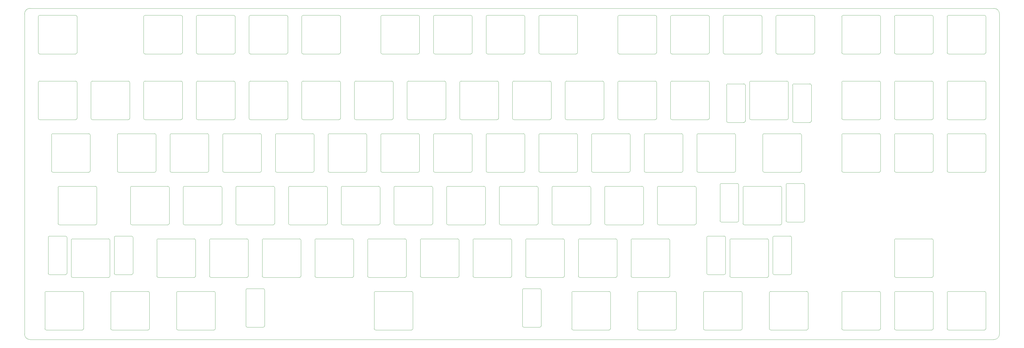
<source format=gm1>
%TF.GenerationSoftware,KiCad,Pcbnew,(5.1.12)-1*%
%TF.CreationDate,2021-11-20T18:31:24-08:00*%
%TF.ProjectId,Switch-plate,53776974-6368-42d7-906c-6174652e6b69,rev?*%
%TF.SameCoordinates,Original*%
%TF.FileFunction,Profile,NP*%
%FSLAX46Y46*%
G04 Gerber Fmt 4.6, Leading zero omitted, Abs format (unit mm)*
G04 Created by KiCad (PCBNEW (5.1.12)-1) date 2021-11-20 18:31:24*
%MOMM*%
%LPD*%
G01*
G04 APERTURE LIST*
%TA.AperFunction,Profile*%
%ADD10C,0.100000*%
%TD*%
G04 APERTURE END LIST*
D10*
X412000000Y-42000000D02*
G75*
G03*
X410000000Y-40000000I-2000000J0D01*
G01*
X412000000Y-158000000D02*
G75*
G02*
X410000000Y-160000000I-2000000J0D01*
G01*
X59500000Y-158000000D02*
G75*
G03*
X61500000Y-160000000I2000000J0D01*
G01*
X59500000Y-42000000D02*
G75*
G02*
X61500000Y-40000000I2000000J0D01*
G01*
X412000000Y-42000000D02*
X412000000Y-158000000D01*
X59500000Y-42000000D02*
X59500000Y-158000000D01*
X61500000Y-160000000D02*
X410000000Y-160000000D01*
X61500000Y-40000000D02*
X410000000Y-40000000D01*
X407087500Y-156037500D02*
G75*
G02*
X406587500Y-156537500I-500000J0D01*
G01*
X393587500Y-156537500D02*
G75*
G02*
X393087500Y-156037500I0J500000D01*
G01*
X406587500Y-142537500D02*
G75*
G02*
X407087500Y-143037500I0J-500000D01*
G01*
X393087500Y-143037500D02*
G75*
G02*
X393587500Y-142537500I500000J0D01*
G01*
X407087500Y-143037500D02*
X407087500Y-156037500D01*
X393087500Y-143037500D02*
X393087500Y-156037500D01*
X393587500Y-156537500D02*
X406587500Y-156537500D01*
X393587500Y-142537500D02*
X406587500Y-142537500D01*
X388037500Y-156037500D02*
G75*
G02*
X387537500Y-156537500I-500000J0D01*
G01*
X374537500Y-156537500D02*
G75*
G02*
X374037500Y-156037500I0J500000D01*
G01*
X387537500Y-142537500D02*
G75*
G02*
X388037500Y-143037500I0J-500000D01*
G01*
X374037500Y-143037500D02*
G75*
G02*
X374537500Y-142537500I500000J0D01*
G01*
X388037500Y-143037500D02*
X388037500Y-156037500D01*
X374037500Y-143037500D02*
X374037500Y-156037500D01*
X374537500Y-156537500D02*
X387537500Y-156537500D01*
X374537500Y-142537500D02*
X387537500Y-142537500D01*
X368987500Y-156037500D02*
G75*
G02*
X368487500Y-156537500I-500000J0D01*
G01*
X355487500Y-156537500D02*
G75*
G02*
X354987500Y-156037500I0J500000D01*
G01*
X368487500Y-142537500D02*
G75*
G02*
X368987500Y-143037500I0J-500000D01*
G01*
X354987500Y-143037500D02*
G75*
G02*
X355487500Y-142537500I500000J0D01*
G01*
X368987500Y-143037500D02*
X368987500Y-156037500D01*
X354987500Y-143037500D02*
X354987500Y-156037500D01*
X355487500Y-156537500D02*
X368487500Y-156537500D01*
X355487500Y-142537500D02*
X368487500Y-142537500D01*
X342793750Y-156037500D02*
G75*
G02*
X342293750Y-156537500I-500000J0D01*
G01*
X329293750Y-156537500D02*
G75*
G02*
X328793750Y-156037500I0J500000D01*
G01*
X342293750Y-142537500D02*
G75*
G02*
X342793750Y-143037500I0J-500000D01*
G01*
X328793750Y-143037500D02*
G75*
G02*
X329293750Y-142537500I500000J0D01*
G01*
X342793750Y-143037500D02*
X342793750Y-156037500D01*
X328793750Y-143037500D02*
X328793750Y-156037500D01*
X329293750Y-156537500D02*
X342293750Y-156537500D01*
X329293750Y-142537500D02*
X342293750Y-142537500D01*
X318981250Y-156037500D02*
G75*
G02*
X318481250Y-156537500I-500000J0D01*
G01*
X305481250Y-156537500D02*
G75*
G02*
X304981250Y-156037500I0J500000D01*
G01*
X318481250Y-142537500D02*
G75*
G02*
X318981250Y-143037500I0J-500000D01*
G01*
X304981250Y-143037500D02*
G75*
G02*
X305481250Y-142537500I500000J0D01*
G01*
X318981250Y-143037500D02*
X318981250Y-156037500D01*
X304981250Y-143037500D02*
X304981250Y-156037500D01*
X305481250Y-156537500D02*
X318481250Y-156537500D01*
X305481250Y-142537500D02*
X318481250Y-142537500D01*
X295168750Y-156037500D02*
G75*
G02*
X294668750Y-156537500I-500000J0D01*
G01*
X281668750Y-156537500D02*
G75*
G02*
X281168750Y-156037500I0J500000D01*
G01*
X294668750Y-142537500D02*
G75*
G02*
X295168750Y-143037500I0J-500000D01*
G01*
X281168750Y-143037500D02*
G75*
G02*
X281668750Y-142537500I500000J0D01*
G01*
X295168750Y-143037500D02*
X295168750Y-156037500D01*
X281168750Y-143037500D02*
X281168750Y-156037500D01*
X281668750Y-156537500D02*
X294668750Y-156537500D01*
X281668750Y-142537500D02*
X294668750Y-142537500D01*
X271356250Y-156037500D02*
G75*
G02*
X270856250Y-156537500I-500000J0D01*
G01*
X257856250Y-156537500D02*
G75*
G02*
X257356250Y-156037500I0J500000D01*
G01*
X270856250Y-142537500D02*
G75*
G02*
X271356250Y-143037500I0J-500000D01*
G01*
X257356250Y-143037500D02*
G75*
G02*
X257856250Y-142537500I500000J0D01*
G01*
X271356250Y-143037500D02*
X271356250Y-156037500D01*
X257356250Y-143037500D02*
X257356250Y-156037500D01*
X257856250Y-156537500D02*
X270856250Y-156537500D01*
X257856250Y-142537500D02*
X270856250Y-142537500D01*
X146293750Y-155037500D02*
G75*
G02*
X145793750Y-155537500I-500000J0D01*
G01*
X140043750Y-155537500D02*
G75*
G02*
X139543750Y-155037500I0J500000D01*
G01*
X145793750Y-141537500D02*
G75*
G02*
X146293750Y-142037500I0J-500000D01*
G01*
X139543750Y-142037500D02*
G75*
G02*
X140043750Y-141537500I500000J0D01*
G01*
X146293750Y-142037500D02*
X146293750Y-155037500D01*
X139543750Y-142037500D02*
X139543750Y-155037500D01*
X140043750Y-155537500D02*
X145793750Y-155537500D01*
X140043750Y-141537500D02*
X145793750Y-141537500D01*
X246293750Y-155037500D02*
G75*
G02*
X245793750Y-155537500I-500000J0D01*
G01*
X240043750Y-155537500D02*
G75*
G02*
X239543750Y-155037500I0J500000D01*
G01*
X245793750Y-141537500D02*
G75*
G02*
X246293750Y-142037500I0J-500000D01*
G01*
X239543750Y-142037500D02*
G75*
G02*
X240043750Y-141537500I500000J0D01*
G01*
X246293750Y-142037500D02*
X246293750Y-155037500D01*
X239543750Y-142037500D02*
X239543750Y-155037500D01*
X240043750Y-155537500D02*
X245793750Y-155537500D01*
X240043750Y-141537500D02*
X245793750Y-141537500D01*
X199918750Y-156037500D02*
G75*
G02*
X199418750Y-156537500I-500000J0D01*
G01*
X186418750Y-156537500D02*
G75*
G02*
X185918750Y-156037500I0J500000D01*
G01*
X199418750Y-142537500D02*
G75*
G02*
X199918750Y-143037500I0J-500000D01*
G01*
X185918750Y-143037500D02*
G75*
G02*
X186418750Y-142537500I500000J0D01*
G01*
X199918750Y-143037500D02*
X199918750Y-156037500D01*
X185918750Y-143037500D02*
X185918750Y-156037500D01*
X186418750Y-156537500D02*
X199418750Y-156537500D01*
X186418750Y-142537500D02*
X199418750Y-142537500D01*
X128481250Y-156037500D02*
G75*
G02*
X127981250Y-156537500I-500000J0D01*
G01*
X114981250Y-156537500D02*
G75*
G02*
X114481250Y-156037500I0J500000D01*
G01*
X127981250Y-142537500D02*
G75*
G02*
X128481250Y-143037500I0J-500000D01*
G01*
X114481250Y-143037500D02*
G75*
G02*
X114981250Y-142537500I500000J0D01*
G01*
X128481250Y-143037500D02*
X128481250Y-156037500D01*
X114481250Y-143037500D02*
X114481250Y-156037500D01*
X114981250Y-156537500D02*
X127981250Y-156537500D01*
X114981250Y-142537500D02*
X127981250Y-142537500D01*
X104668750Y-156037500D02*
G75*
G02*
X104168750Y-156537500I-500000J0D01*
G01*
X91168750Y-156537500D02*
G75*
G02*
X90668750Y-156037500I0J500000D01*
G01*
X104168750Y-142537500D02*
G75*
G02*
X104668750Y-143037500I0J-500000D01*
G01*
X90668750Y-143037500D02*
G75*
G02*
X91168750Y-142537500I500000J0D01*
G01*
X104668750Y-143037500D02*
X104668750Y-156037500D01*
X90668750Y-143037500D02*
X90668750Y-156037500D01*
X91168750Y-156537500D02*
X104168750Y-156537500D01*
X91168750Y-142537500D02*
X104168750Y-142537500D01*
X80856250Y-156037500D02*
G75*
G02*
X80356250Y-156537500I-500000J0D01*
G01*
X67356250Y-156537500D02*
G75*
G02*
X66856250Y-156037500I0J500000D01*
G01*
X80356250Y-142537500D02*
G75*
G02*
X80856250Y-143037500I0J-500000D01*
G01*
X66856250Y-143037500D02*
G75*
G02*
X67356250Y-142537500I500000J0D01*
G01*
X80856250Y-143037500D02*
X80856250Y-156037500D01*
X66856250Y-143037500D02*
X66856250Y-156037500D01*
X67356250Y-156537500D02*
X80356250Y-156537500D01*
X67356250Y-142537500D02*
X80356250Y-142537500D01*
X388037500Y-136987500D02*
G75*
G02*
X387537500Y-137487500I-500000J0D01*
G01*
X374537500Y-137487500D02*
G75*
G02*
X374037500Y-136987500I0J500000D01*
G01*
X387537500Y-123487500D02*
G75*
G02*
X388037500Y-123987500I0J-500000D01*
G01*
X374037500Y-123987500D02*
G75*
G02*
X374537500Y-123487500I500000J0D01*
G01*
X388037500Y-123987500D02*
X388037500Y-136987500D01*
X374037500Y-123987500D02*
X374037500Y-136987500D01*
X374537500Y-137487500D02*
X387537500Y-137487500D01*
X374537500Y-123487500D02*
X387537500Y-123487500D01*
X312943250Y-135987500D02*
G75*
G02*
X312443250Y-136487500I-500000J0D01*
G01*
X306693250Y-136487500D02*
G75*
G02*
X306193250Y-135987500I0J500000D01*
G01*
X312443250Y-122487500D02*
G75*
G02*
X312943250Y-122987500I0J-500000D01*
G01*
X306193250Y-122987500D02*
G75*
G02*
X306693250Y-122487500I500000J0D01*
G01*
X312943250Y-122987500D02*
X312943250Y-135987500D01*
X306193250Y-122987500D02*
X306193250Y-135987500D01*
X306693250Y-136487500D02*
X312443250Y-136487500D01*
X306693250Y-122487500D02*
X312443250Y-122487500D01*
X336819250Y-135987500D02*
G75*
G02*
X336319250Y-136487500I-500000J0D01*
G01*
X330569250Y-136487500D02*
G75*
G02*
X330069250Y-135987500I0J500000D01*
G01*
X336319250Y-122487500D02*
G75*
G02*
X336819250Y-122987500I0J-500000D01*
G01*
X330069250Y-122987500D02*
G75*
G02*
X330569250Y-122487500I500000J0D01*
G01*
X336819250Y-122987500D02*
X336819250Y-135987500D01*
X330069250Y-122987500D02*
X330069250Y-135987500D01*
X330569250Y-136487500D02*
X336319250Y-136487500D01*
X330569250Y-122487500D02*
X336319250Y-122487500D01*
X328506250Y-136987500D02*
G75*
G02*
X328006250Y-137487500I-500000J0D01*
G01*
X315006250Y-137487500D02*
G75*
G02*
X314506250Y-136987500I0J500000D01*
G01*
X328006250Y-123487500D02*
G75*
G02*
X328506250Y-123987500I0J-500000D01*
G01*
X314506250Y-123987500D02*
G75*
G02*
X315006250Y-123487500I500000J0D01*
G01*
X328506250Y-123987500D02*
X328506250Y-136987500D01*
X314506250Y-123987500D02*
X314506250Y-136987500D01*
X315006250Y-137487500D02*
X328006250Y-137487500D01*
X315006250Y-123487500D02*
X328006250Y-123487500D01*
X292787500Y-136987500D02*
G75*
G02*
X292287500Y-137487500I-500000J0D01*
G01*
X279287500Y-137487500D02*
G75*
G02*
X278787500Y-136987500I0J500000D01*
G01*
X292287500Y-123487500D02*
G75*
G02*
X292787500Y-123987500I0J-500000D01*
G01*
X278787500Y-123987500D02*
G75*
G02*
X279287500Y-123487500I500000J0D01*
G01*
X292787500Y-123987500D02*
X292787500Y-136987500D01*
X278787500Y-123987500D02*
X278787500Y-136987500D01*
X279287500Y-137487500D02*
X292287500Y-137487500D01*
X279287500Y-123487500D02*
X292287500Y-123487500D01*
X273737500Y-136987500D02*
G75*
G02*
X273237500Y-137487500I-500000J0D01*
G01*
X260237500Y-137487500D02*
G75*
G02*
X259737500Y-136987500I0J500000D01*
G01*
X273237500Y-123487500D02*
G75*
G02*
X273737500Y-123987500I0J-500000D01*
G01*
X259737500Y-123987500D02*
G75*
G02*
X260237500Y-123487500I500000J0D01*
G01*
X273737500Y-123987500D02*
X273737500Y-136987500D01*
X259737500Y-123987500D02*
X259737500Y-136987500D01*
X260237500Y-137487500D02*
X273237500Y-137487500D01*
X260237500Y-123487500D02*
X273237500Y-123487500D01*
X254687500Y-136987500D02*
G75*
G02*
X254187500Y-137487500I-500000J0D01*
G01*
X241187500Y-137487500D02*
G75*
G02*
X240687500Y-136987500I0J500000D01*
G01*
X254187500Y-123487500D02*
G75*
G02*
X254687500Y-123987500I0J-500000D01*
G01*
X240687500Y-123987500D02*
G75*
G02*
X241187500Y-123487500I500000J0D01*
G01*
X254687500Y-123987500D02*
X254687500Y-136987500D01*
X240687500Y-123987500D02*
X240687500Y-136987500D01*
X241187500Y-137487500D02*
X254187500Y-137487500D01*
X241187500Y-123487500D02*
X254187500Y-123487500D01*
X235637500Y-136987500D02*
G75*
G02*
X235137500Y-137487500I-500000J0D01*
G01*
X222137500Y-137487500D02*
G75*
G02*
X221637500Y-136987500I0J500000D01*
G01*
X235137500Y-123487500D02*
G75*
G02*
X235637500Y-123987500I0J-500000D01*
G01*
X221637500Y-123987500D02*
G75*
G02*
X222137500Y-123487500I500000J0D01*
G01*
X235637500Y-123987500D02*
X235637500Y-136987500D01*
X221637500Y-123987500D02*
X221637500Y-136987500D01*
X222137500Y-137487500D02*
X235137500Y-137487500D01*
X222137500Y-123487500D02*
X235137500Y-123487500D01*
X216587500Y-136987500D02*
G75*
G02*
X216087500Y-137487500I-500000J0D01*
G01*
X203087500Y-137487500D02*
G75*
G02*
X202587500Y-136987500I0J500000D01*
G01*
X216087500Y-123487500D02*
G75*
G02*
X216587500Y-123987500I0J-500000D01*
G01*
X202587500Y-123987500D02*
G75*
G02*
X203087500Y-123487500I500000J0D01*
G01*
X216587500Y-123987500D02*
X216587500Y-136987500D01*
X202587500Y-123987500D02*
X202587500Y-136987500D01*
X203087500Y-137487500D02*
X216087500Y-137487500D01*
X203087500Y-123487500D02*
X216087500Y-123487500D01*
X197537500Y-136987500D02*
G75*
G02*
X197037500Y-137487500I-500000J0D01*
G01*
X184037500Y-137487500D02*
G75*
G02*
X183537500Y-136987500I0J500000D01*
G01*
X197037500Y-123487500D02*
G75*
G02*
X197537500Y-123987500I0J-500000D01*
G01*
X183537500Y-123987500D02*
G75*
G02*
X184037500Y-123487500I500000J0D01*
G01*
X197537500Y-123987500D02*
X197537500Y-136987500D01*
X183537500Y-123987500D02*
X183537500Y-136987500D01*
X184037500Y-137487500D02*
X197037500Y-137487500D01*
X184037500Y-123487500D02*
X197037500Y-123487500D01*
X178487500Y-136987500D02*
G75*
G02*
X177987500Y-137487500I-500000J0D01*
G01*
X164987500Y-137487500D02*
G75*
G02*
X164487500Y-136987500I0J500000D01*
G01*
X177987500Y-123487500D02*
G75*
G02*
X178487500Y-123987500I0J-500000D01*
G01*
X164487500Y-123987500D02*
G75*
G02*
X164987500Y-123487500I500000J0D01*
G01*
X178487500Y-123987500D02*
X178487500Y-136987500D01*
X164487500Y-123987500D02*
X164487500Y-136987500D01*
X164987500Y-137487500D02*
X177987500Y-137487500D01*
X164987500Y-123487500D02*
X177987500Y-123487500D01*
X159437500Y-136987500D02*
G75*
G02*
X158937500Y-137487500I-500000J0D01*
G01*
X145937500Y-137487500D02*
G75*
G02*
X145437500Y-136987500I0J500000D01*
G01*
X158937500Y-123487500D02*
G75*
G02*
X159437500Y-123987500I0J-500000D01*
G01*
X145437500Y-123987500D02*
G75*
G02*
X145937500Y-123487500I500000J0D01*
G01*
X159437500Y-123987500D02*
X159437500Y-136987500D01*
X145437500Y-123987500D02*
X145437500Y-136987500D01*
X145937500Y-137487500D02*
X158937500Y-137487500D01*
X145937500Y-123487500D02*
X158937500Y-123487500D01*
X140387500Y-136987500D02*
G75*
G02*
X139887500Y-137487500I-500000J0D01*
G01*
X126887500Y-137487500D02*
G75*
G02*
X126387500Y-136987500I0J500000D01*
G01*
X139887500Y-123487500D02*
G75*
G02*
X140387500Y-123987500I0J-500000D01*
G01*
X126387500Y-123987500D02*
G75*
G02*
X126887500Y-123487500I500000J0D01*
G01*
X140387500Y-123987500D02*
X140387500Y-136987500D01*
X126387500Y-123987500D02*
X126387500Y-136987500D01*
X126887500Y-137487500D02*
X139887500Y-137487500D01*
X126887500Y-123487500D02*
X139887500Y-123487500D01*
X121337500Y-136987500D02*
G75*
G02*
X120837500Y-137487500I-500000J0D01*
G01*
X107837500Y-137487500D02*
G75*
G02*
X107337500Y-136987500I0J500000D01*
G01*
X120837500Y-123487500D02*
G75*
G02*
X121337500Y-123987500I0J-500000D01*
G01*
X107337500Y-123987500D02*
G75*
G02*
X107837500Y-123487500I500000J0D01*
G01*
X121337500Y-123987500D02*
X121337500Y-136987500D01*
X107337500Y-123987500D02*
X107337500Y-136987500D01*
X107837500Y-137487500D02*
X120837500Y-137487500D01*
X107837500Y-123487500D02*
X120837500Y-123487500D01*
X74818250Y-135987500D02*
G75*
G02*
X74318250Y-136487500I-500000J0D01*
G01*
X68568250Y-136487500D02*
G75*
G02*
X68068250Y-135987500I0J500000D01*
G01*
X74318250Y-122487500D02*
G75*
G02*
X74818250Y-122987500I0J-500000D01*
G01*
X68068250Y-122987500D02*
G75*
G02*
X68568250Y-122487500I500000J0D01*
G01*
X74818250Y-122987500D02*
X74818250Y-135987500D01*
X68068250Y-122987500D02*
X68068250Y-135987500D01*
X68568250Y-136487500D02*
X74318250Y-136487500D01*
X68568250Y-122487500D02*
X74318250Y-122487500D01*
X98694250Y-135987500D02*
G75*
G02*
X98194250Y-136487500I-500000J0D01*
G01*
X92444250Y-136487500D02*
G75*
G02*
X91944250Y-135987500I0J500000D01*
G01*
X98194250Y-122487500D02*
G75*
G02*
X98694250Y-122987500I0J-500000D01*
G01*
X91944250Y-122987500D02*
G75*
G02*
X92444250Y-122487500I500000J0D01*
G01*
X98694250Y-122987500D02*
X98694250Y-135987500D01*
X91944250Y-122987500D02*
X91944250Y-135987500D01*
X92444250Y-136487500D02*
X98194250Y-136487500D01*
X92444250Y-122487500D02*
X98194250Y-122487500D01*
X90381250Y-136987500D02*
G75*
G02*
X89881250Y-137487500I-500000J0D01*
G01*
X76881250Y-137487500D02*
G75*
G02*
X76381250Y-136987500I0J500000D01*
G01*
X89881250Y-123487500D02*
G75*
G02*
X90381250Y-123987500I0J-500000D01*
G01*
X76381250Y-123987500D02*
G75*
G02*
X76881250Y-123487500I500000J0D01*
G01*
X90381250Y-123987500D02*
X90381250Y-136987500D01*
X76381250Y-123987500D02*
X76381250Y-136987500D01*
X76881250Y-137487500D02*
X89881250Y-137487500D01*
X76881250Y-123487500D02*
X89881250Y-123487500D01*
X317705750Y-116937500D02*
G75*
G02*
X317205750Y-117437500I-500000J0D01*
G01*
X311455750Y-117437500D02*
G75*
G02*
X310955750Y-116937500I0J500000D01*
G01*
X317205750Y-103437500D02*
G75*
G02*
X317705750Y-103937500I0J-500000D01*
G01*
X310955750Y-103937500D02*
G75*
G02*
X311455750Y-103437500I500000J0D01*
G01*
X317705750Y-103937500D02*
X317705750Y-116937500D01*
X310955750Y-103937500D02*
X310955750Y-116937500D01*
X311455750Y-117437500D02*
X317205750Y-117437500D01*
X311455750Y-103437500D02*
X317205750Y-103437500D01*
X341581750Y-116937500D02*
G75*
G02*
X341081750Y-117437500I-500000J0D01*
G01*
X335331750Y-117437500D02*
G75*
G02*
X334831750Y-116937500I0J500000D01*
G01*
X341081750Y-103437500D02*
G75*
G02*
X341581750Y-103937500I0J-500000D01*
G01*
X334831750Y-103937500D02*
G75*
G02*
X335331750Y-103437500I500000J0D01*
G01*
X341581750Y-103937500D02*
X341581750Y-116937500D01*
X334831750Y-103937500D02*
X334831750Y-116937500D01*
X335331750Y-117437500D02*
X341081750Y-117437500D01*
X335331750Y-103437500D02*
X341081750Y-103437500D01*
X333268750Y-117937500D02*
G75*
G02*
X332768750Y-118437500I-500000J0D01*
G01*
X319768750Y-118437500D02*
G75*
G02*
X319268750Y-117937500I0J500000D01*
G01*
X332768750Y-104437500D02*
G75*
G02*
X333268750Y-104937500I0J-500000D01*
G01*
X319268750Y-104937500D02*
G75*
G02*
X319768750Y-104437500I500000J0D01*
G01*
X333268750Y-104937500D02*
X333268750Y-117937500D01*
X319268750Y-104937500D02*
X319268750Y-117937500D01*
X319768750Y-118437500D02*
X332768750Y-118437500D01*
X319768750Y-104437500D02*
X332768750Y-104437500D01*
X302312500Y-117937500D02*
G75*
G02*
X301812500Y-118437500I-500000J0D01*
G01*
X288812500Y-118437500D02*
G75*
G02*
X288312500Y-117937500I0J500000D01*
G01*
X301812500Y-104437500D02*
G75*
G02*
X302312500Y-104937500I0J-500000D01*
G01*
X288312500Y-104937500D02*
G75*
G02*
X288812500Y-104437500I500000J0D01*
G01*
X302312500Y-104937500D02*
X302312500Y-117937500D01*
X288312500Y-104937500D02*
X288312500Y-117937500D01*
X288812500Y-118437500D02*
X301812500Y-118437500D01*
X288812500Y-104437500D02*
X301812500Y-104437500D01*
X283262500Y-117937500D02*
G75*
G02*
X282762500Y-118437500I-500000J0D01*
G01*
X269762500Y-118437500D02*
G75*
G02*
X269262500Y-117937500I0J500000D01*
G01*
X282762500Y-104437500D02*
G75*
G02*
X283262500Y-104937500I0J-500000D01*
G01*
X269262500Y-104937500D02*
G75*
G02*
X269762500Y-104437500I500000J0D01*
G01*
X283262500Y-104937500D02*
X283262500Y-117937500D01*
X269262500Y-104937500D02*
X269262500Y-117937500D01*
X269762500Y-118437500D02*
X282762500Y-118437500D01*
X269762500Y-104437500D02*
X282762500Y-104437500D01*
X264212500Y-117937500D02*
G75*
G02*
X263712500Y-118437500I-500000J0D01*
G01*
X250712500Y-118437500D02*
G75*
G02*
X250212500Y-117937500I0J500000D01*
G01*
X263712500Y-104437500D02*
G75*
G02*
X264212500Y-104937500I0J-500000D01*
G01*
X250212500Y-104937500D02*
G75*
G02*
X250712500Y-104437500I500000J0D01*
G01*
X264212500Y-104937500D02*
X264212500Y-117937500D01*
X250212500Y-104937500D02*
X250212500Y-117937500D01*
X250712500Y-118437500D02*
X263712500Y-118437500D01*
X250712500Y-104437500D02*
X263712500Y-104437500D01*
X245162500Y-117937500D02*
G75*
G02*
X244662500Y-118437500I-500000J0D01*
G01*
X231662500Y-118437500D02*
G75*
G02*
X231162500Y-117937500I0J500000D01*
G01*
X244662500Y-104437500D02*
G75*
G02*
X245162500Y-104937500I0J-500000D01*
G01*
X231162500Y-104937500D02*
G75*
G02*
X231662500Y-104437500I500000J0D01*
G01*
X245162500Y-104937500D02*
X245162500Y-117937500D01*
X231162500Y-104937500D02*
X231162500Y-117937500D01*
X231662500Y-118437500D02*
X244662500Y-118437500D01*
X231662500Y-104437500D02*
X244662500Y-104437500D01*
X226112500Y-117937500D02*
G75*
G02*
X225612500Y-118437500I-500000J0D01*
G01*
X212612500Y-118437500D02*
G75*
G02*
X212112500Y-117937500I0J500000D01*
G01*
X225612500Y-104437500D02*
G75*
G02*
X226112500Y-104937500I0J-500000D01*
G01*
X212112500Y-104937500D02*
G75*
G02*
X212612500Y-104437500I500000J0D01*
G01*
X226112500Y-104937500D02*
X226112500Y-117937500D01*
X212112500Y-104937500D02*
X212112500Y-117937500D01*
X212612500Y-118437500D02*
X225612500Y-118437500D01*
X212612500Y-104437500D02*
X225612500Y-104437500D01*
X207062500Y-117937500D02*
G75*
G02*
X206562500Y-118437500I-500000J0D01*
G01*
X193562500Y-118437500D02*
G75*
G02*
X193062500Y-117937500I0J500000D01*
G01*
X206562500Y-104437500D02*
G75*
G02*
X207062500Y-104937500I0J-500000D01*
G01*
X193062500Y-104937500D02*
G75*
G02*
X193562500Y-104437500I500000J0D01*
G01*
X207062500Y-104937500D02*
X207062500Y-117937500D01*
X193062500Y-104937500D02*
X193062500Y-117937500D01*
X193562500Y-118437500D02*
X206562500Y-118437500D01*
X193562500Y-104437500D02*
X206562500Y-104437500D01*
X188012500Y-117937500D02*
G75*
G02*
X187512500Y-118437500I-500000J0D01*
G01*
X174512500Y-118437500D02*
G75*
G02*
X174012500Y-117937500I0J500000D01*
G01*
X187512500Y-104437500D02*
G75*
G02*
X188012500Y-104937500I0J-500000D01*
G01*
X174012500Y-104937500D02*
G75*
G02*
X174512500Y-104437500I500000J0D01*
G01*
X188012500Y-104937500D02*
X188012500Y-117937500D01*
X174012500Y-104937500D02*
X174012500Y-117937500D01*
X174512500Y-118437500D02*
X187512500Y-118437500D01*
X174512500Y-104437500D02*
X187512500Y-104437500D01*
X168962500Y-117937500D02*
G75*
G02*
X168462500Y-118437500I-500000J0D01*
G01*
X155462500Y-118437500D02*
G75*
G02*
X154962500Y-117937500I0J500000D01*
G01*
X168462500Y-104437500D02*
G75*
G02*
X168962500Y-104937500I0J-500000D01*
G01*
X154962500Y-104937500D02*
G75*
G02*
X155462500Y-104437500I500000J0D01*
G01*
X168962500Y-104937500D02*
X168962500Y-117937500D01*
X154962500Y-104937500D02*
X154962500Y-117937500D01*
X155462500Y-118437500D02*
X168462500Y-118437500D01*
X155462500Y-104437500D02*
X168462500Y-104437500D01*
X149912500Y-117937500D02*
G75*
G02*
X149412500Y-118437500I-500000J0D01*
G01*
X136412500Y-118437500D02*
G75*
G02*
X135912500Y-117937500I0J500000D01*
G01*
X149412500Y-104437500D02*
G75*
G02*
X149912500Y-104937500I0J-500000D01*
G01*
X135912500Y-104937500D02*
G75*
G02*
X136412500Y-104437500I500000J0D01*
G01*
X149912500Y-104937500D02*
X149912500Y-117937500D01*
X135912500Y-104937500D02*
X135912500Y-117937500D01*
X136412500Y-118437500D02*
X149412500Y-118437500D01*
X136412500Y-104437500D02*
X149412500Y-104437500D01*
X130862500Y-117937500D02*
G75*
G02*
X130362500Y-118437500I-500000J0D01*
G01*
X117362500Y-118437500D02*
G75*
G02*
X116862500Y-117937500I0J500000D01*
G01*
X130362500Y-104437500D02*
G75*
G02*
X130862500Y-104937500I0J-500000D01*
G01*
X116862500Y-104937500D02*
G75*
G02*
X117362500Y-104437500I500000J0D01*
G01*
X130862500Y-104937500D02*
X130862500Y-117937500D01*
X116862500Y-104937500D02*
X116862500Y-117937500D01*
X117362500Y-118437500D02*
X130362500Y-118437500D01*
X117362500Y-104437500D02*
X130362500Y-104437500D01*
X111812500Y-117937500D02*
G75*
G02*
X111312500Y-118437500I-500000J0D01*
G01*
X98312500Y-118437500D02*
G75*
G02*
X97812500Y-117937500I0J500000D01*
G01*
X111312500Y-104437500D02*
G75*
G02*
X111812500Y-104937500I0J-500000D01*
G01*
X97812500Y-104937500D02*
G75*
G02*
X98312500Y-104437500I500000J0D01*
G01*
X111812500Y-104937500D02*
X111812500Y-117937500D01*
X97812500Y-104937500D02*
X97812500Y-117937500D01*
X98312500Y-118437500D02*
X111312500Y-118437500D01*
X98312500Y-104437500D02*
X111312500Y-104437500D01*
X85618750Y-117937500D02*
G75*
G02*
X85118750Y-118437500I-500000J0D01*
G01*
X72118750Y-118437500D02*
G75*
G02*
X71618750Y-117937500I0J500000D01*
G01*
X85118750Y-104437500D02*
G75*
G02*
X85618750Y-104937500I0J-500000D01*
G01*
X71618750Y-104937500D02*
G75*
G02*
X72118750Y-104437500I500000J0D01*
G01*
X85618750Y-104937500D02*
X85618750Y-117937500D01*
X71618750Y-104937500D02*
X71618750Y-117937500D01*
X72118750Y-118437500D02*
X85118750Y-118437500D01*
X72118750Y-104437500D02*
X85118750Y-104437500D01*
X407087500Y-98887500D02*
G75*
G02*
X406587500Y-99387500I-500000J0D01*
G01*
X393587500Y-99387500D02*
G75*
G02*
X393087500Y-98887500I0J500000D01*
G01*
X406587500Y-85387500D02*
G75*
G02*
X407087500Y-85887500I0J-500000D01*
G01*
X393087500Y-85887500D02*
G75*
G02*
X393587500Y-85387500I500000J0D01*
G01*
X407087500Y-85887500D02*
X407087500Y-98887500D01*
X393087500Y-85887500D02*
X393087500Y-98887500D01*
X393587500Y-99387500D02*
X406587500Y-99387500D01*
X393587500Y-85387500D02*
X406587500Y-85387500D01*
X388037500Y-98887500D02*
G75*
G02*
X387537500Y-99387500I-500000J0D01*
G01*
X374537500Y-99387500D02*
G75*
G02*
X374037500Y-98887500I0J500000D01*
G01*
X387537500Y-85387500D02*
G75*
G02*
X388037500Y-85887500I0J-500000D01*
G01*
X374037500Y-85887500D02*
G75*
G02*
X374537500Y-85387500I500000J0D01*
G01*
X388037500Y-85887500D02*
X388037500Y-98887500D01*
X374037500Y-85887500D02*
X374037500Y-98887500D01*
X374537500Y-99387500D02*
X387537500Y-99387500D01*
X374537500Y-85387500D02*
X387537500Y-85387500D01*
X368987500Y-98887500D02*
G75*
G02*
X368487500Y-99387500I-500000J0D01*
G01*
X355487500Y-99387500D02*
G75*
G02*
X354987500Y-98887500I0J500000D01*
G01*
X368487500Y-85387500D02*
G75*
G02*
X368987500Y-85887500I0J-500000D01*
G01*
X354987500Y-85887500D02*
G75*
G02*
X355487500Y-85387500I500000J0D01*
G01*
X368987500Y-85887500D02*
X368987500Y-98887500D01*
X354987500Y-85887500D02*
X354987500Y-98887500D01*
X355487500Y-99387500D02*
X368487500Y-99387500D01*
X355487500Y-85387500D02*
X368487500Y-85387500D01*
X340412500Y-98887500D02*
G75*
G02*
X339912500Y-99387500I-500000J0D01*
G01*
X326912500Y-99387500D02*
G75*
G02*
X326412500Y-98887500I0J500000D01*
G01*
X339912500Y-85387500D02*
G75*
G02*
X340412500Y-85887500I0J-500000D01*
G01*
X326412500Y-85887500D02*
G75*
G02*
X326912500Y-85387500I500000J0D01*
G01*
X340412500Y-85887500D02*
X340412500Y-98887500D01*
X326412500Y-85887500D02*
X326412500Y-98887500D01*
X326912500Y-99387500D02*
X339912500Y-99387500D01*
X326912500Y-85387500D02*
X339912500Y-85387500D01*
X316600000Y-98887500D02*
G75*
G02*
X316100000Y-99387500I-500000J0D01*
G01*
X303100000Y-99387500D02*
G75*
G02*
X302600000Y-98887500I0J500000D01*
G01*
X316100000Y-85387500D02*
G75*
G02*
X316600000Y-85887500I0J-500000D01*
G01*
X302600000Y-85887500D02*
G75*
G02*
X303100000Y-85387500I500000J0D01*
G01*
X316600000Y-85887500D02*
X316600000Y-98887500D01*
X302600000Y-85887500D02*
X302600000Y-98887500D01*
X303100000Y-99387500D02*
X316100000Y-99387500D01*
X303100000Y-85387500D02*
X316100000Y-85387500D01*
X297550000Y-98887500D02*
G75*
G02*
X297050000Y-99387500I-500000J0D01*
G01*
X284050000Y-99387500D02*
G75*
G02*
X283550000Y-98887500I0J500000D01*
G01*
X297050000Y-85387500D02*
G75*
G02*
X297550000Y-85887500I0J-500000D01*
G01*
X283550000Y-85887500D02*
G75*
G02*
X284050000Y-85387500I500000J0D01*
G01*
X297550000Y-85887500D02*
X297550000Y-98887500D01*
X283550000Y-85887500D02*
X283550000Y-98887500D01*
X284050000Y-99387500D02*
X297050000Y-99387500D01*
X284050000Y-85387500D02*
X297050000Y-85387500D01*
X278500000Y-98887500D02*
G75*
G02*
X278000000Y-99387500I-500000J0D01*
G01*
X265000000Y-99387500D02*
G75*
G02*
X264500000Y-98887500I0J500000D01*
G01*
X278000000Y-85387500D02*
G75*
G02*
X278500000Y-85887500I0J-500000D01*
G01*
X264500000Y-85887500D02*
G75*
G02*
X265000000Y-85387500I500000J0D01*
G01*
X278500000Y-85887500D02*
X278500000Y-98887500D01*
X264500000Y-85887500D02*
X264500000Y-98887500D01*
X265000000Y-99387500D02*
X278000000Y-99387500D01*
X265000000Y-85387500D02*
X278000000Y-85387500D01*
X259450000Y-98887500D02*
G75*
G02*
X258950000Y-99387500I-500000J0D01*
G01*
X245950000Y-99387500D02*
G75*
G02*
X245450000Y-98887500I0J500000D01*
G01*
X258950000Y-85387500D02*
G75*
G02*
X259450000Y-85887500I0J-500000D01*
G01*
X245450000Y-85887500D02*
G75*
G02*
X245950000Y-85387500I500000J0D01*
G01*
X259450000Y-85887500D02*
X259450000Y-98887500D01*
X245450000Y-85887500D02*
X245450000Y-98887500D01*
X245950000Y-99387500D02*
X258950000Y-99387500D01*
X245950000Y-85387500D02*
X258950000Y-85387500D01*
X240400000Y-98887500D02*
G75*
G02*
X239900000Y-99387500I-500000J0D01*
G01*
X226900000Y-99387500D02*
G75*
G02*
X226400000Y-98887500I0J500000D01*
G01*
X239900000Y-85387500D02*
G75*
G02*
X240400000Y-85887500I0J-500000D01*
G01*
X226400000Y-85887500D02*
G75*
G02*
X226900000Y-85387500I500000J0D01*
G01*
X240400000Y-85887500D02*
X240400000Y-98887500D01*
X226400000Y-85887500D02*
X226400000Y-98887500D01*
X226900000Y-99387500D02*
X239900000Y-99387500D01*
X226900000Y-85387500D02*
X239900000Y-85387500D01*
X221350000Y-98887500D02*
G75*
G02*
X220850000Y-99387500I-500000J0D01*
G01*
X207850000Y-99387500D02*
G75*
G02*
X207350000Y-98887500I0J500000D01*
G01*
X220850000Y-85387500D02*
G75*
G02*
X221350000Y-85887500I0J-500000D01*
G01*
X207350000Y-85887500D02*
G75*
G02*
X207850000Y-85387500I500000J0D01*
G01*
X221350000Y-85887500D02*
X221350000Y-98887500D01*
X207350000Y-85887500D02*
X207350000Y-98887500D01*
X207850000Y-99387500D02*
X220850000Y-99387500D01*
X207850000Y-85387500D02*
X220850000Y-85387500D01*
X202300000Y-98887500D02*
G75*
G02*
X201800000Y-99387500I-500000J0D01*
G01*
X188800000Y-99387500D02*
G75*
G02*
X188300000Y-98887500I0J500000D01*
G01*
X201800000Y-85387500D02*
G75*
G02*
X202300000Y-85887500I0J-500000D01*
G01*
X188300000Y-85887500D02*
G75*
G02*
X188800000Y-85387500I500000J0D01*
G01*
X202300000Y-85887500D02*
X202300000Y-98887500D01*
X188300000Y-85887500D02*
X188300000Y-98887500D01*
X188800000Y-99387500D02*
X201800000Y-99387500D01*
X188800000Y-85387500D02*
X201800000Y-85387500D01*
X183250000Y-98887500D02*
G75*
G02*
X182750000Y-99387500I-500000J0D01*
G01*
X169750000Y-99387500D02*
G75*
G02*
X169250000Y-98887500I0J500000D01*
G01*
X182750000Y-85387500D02*
G75*
G02*
X183250000Y-85887500I0J-500000D01*
G01*
X169250000Y-85887500D02*
G75*
G02*
X169750000Y-85387500I500000J0D01*
G01*
X183250000Y-85887500D02*
X183250000Y-98887500D01*
X169250000Y-85887500D02*
X169250000Y-98887500D01*
X169750000Y-99387500D02*
X182750000Y-99387500D01*
X169750000Y-85387500D02*
X182750000Y-85387500D01*
X164200000Y-98887500D02*
G75*
G02*
X163700000Y-99387500I-500000J0D01*
G01*
X150700000Y-99387500D02*
G75*
G02*
X150200000Y-98887500I0J500000D01*
G01*
X163700000Y-85387500D02*
G75*
G02*
X164200000Y-85887500I0J-500000D01*
G01*
X150200000Y-85887500D02*
G75*
G02*
X150700000Y-85387500I500000J0D01*
G01*
X164200000Y-85887500D02*
X164200000Y-98887500D01*
X150200000Y-85887500D02*
X150200000Y-98887500D01*
X150700000Y-99387500D02*
X163700000Y-99387500D01*
X150700000Y-85387500D02*
X163700000Y-85387500D01*
X145150000Y-98887500D02*
G75*
G02*
X144650000Y-99387500I-500000J0D01*
G01*
X131649999Y-99387500D02*
G75*
G02*
X131149999Y-98887500I0J500000D01*
G01*
X144650000Y-85387500D02*
G75*
G02*
X145150000Y-85887500I0J-500000D01*
G01*
X131149999Y-85887500D02*
G75*
G02*
X131649999Y-85387500I500000J0D01*
G01*
X145150000Y-85887500D02*
X145150000Y-98887500D01*
X131149999Y-85887500D02*
X131149999Y-98887500D01*
X131649999Y-99387500D02*
X144650000Y-99387500D01*
X131649999Y-85387500D02*
X144650000Y-85387500D01*
X126100000Y-98887500D02*
G75*
G02*
X125600000Y-99387500I-500000J0D01*
G01*
X112600000Y-99387500D02*
G75*
G02*
X112100000Y-98887500I0J500000D01*
G01*
X125600000Y-85387500D02*
G75*
G02*
X126100000Y-85887500I0J-500000D01*
G01*
X112100000Y-85887500D02*
G75*
G02*
X112600000Y-85387500I500000J0D01*
G01*
X126100000Y-85887500D02*
X126100000Y-98887500D01*
X112100000Y-85887500D02*
X112100000Y-98887500D01*
X112600000Y-99387500D02*
X125600000Y-99387500D01*
X112600000Y-85387500D02*
X125600000Y-85387500D01*
X107050000Y-98887500D02*
G75*
G02*
X106550000Y-99387500I-500000J0D01*
G01*
X93550000Y-99387500D02*
G75*
G02*
X93050000Y-98887500I0J500000D01*
G01*
X106550000Y-85387500D02*
G75*
G02*
X107050000Y-85887500I0J-500000D01*
G01*
X93050000Y-85887500D02*
G75*
G02*
X93550000Y-85387500I500000J0D01*
G01*
X107050000Y-85887500D02*
X107050000Y-98887500D01*
X93050000Y-85887500D02*
X93050000Y-98887500D01*
X93550000Y-99387500D02*
X106550000Y-99387500D01*
X93550000Y-85387500D02*
X106550000Y-85387500D01*
X83237500Y-98887500D02*
G75*
G02*
X82737500Y-99387500I-500000J0D01*
G01*
X69737500Y-99387501D02*
G75*
G02*
X69237499Y-98887500I0J500001D01*
G01*
X82737500Y-85387500D02*
G75*
G02*
X83237500Y-85887500I0J-500000D01*
G01*
X69237500Y-85887500D02*
G75*
G02*
X69737500Y-85387500I500000J0D01*
G01*
X83237500Y-85887500D02*
X83237500Y-98887500D01*
X69237499Y-85887500D02*
X69237499Y-98887500D01*
X69737500Y-99387500D02*
X82737500Y-99387500D01*
X69737500Y-85387500D02*
X82737500Y-85387500D01*
X407087500Y-79837500D02*
G75*
G02*
X406587500Y-80337500I-500000J0D01*
G01*
X393587500Y-80337500D02*
G75*
G02*
X393087500Y-79837500I0J500000D01*
G01*
X406587500Y-66337500D02*
G75*
G02*
X407087500Y-66837500I0J-500000D01*
G01*
X393087500Y-66837500D02*
G75*
G02*
X393587500Y-66337500I500000J0D01*
G01*
X407087500Y-66837500D02*
X407087500Y-79837500D01*
X393087500Y-66837500D02*
X393087500Y-79837500D01*
X393587500Y-80337500D02*
X406587500Y-80337500D01*
X393587500Y-66337500D02*
X406587500Y-66337500D01*
X388037500Y-79837500D02*
G75*
G02*
X387537500Y-80337500I-500000J0D01*
G01*
X374537500Y-80337500D02*
G75*
G02*
X374037500Y-79837500I0J500000D01*
G01*
X387537500Y-66337500D02*
G75*
G02*
X388037500Y-66837500I0J-500000D01*
G01*
X374037500Y-66837500D02*
G75*
G02*
X374537500Y-66337500I500000J0D01*
G01*
X388037500Y-66837500D02*
X388037500Y-79837500D01*
X374037500Y-66837500D02*
X374037500Y-79837500D01*
X374537500Y-80337500D02*
X387537500Y-80337500D01*
X374537500Y-66337500D02*
X387537500Y-66337500D01*
X368987500Y-79837500D02*
G75*
G02*
X368487500Y-80337500I-500000J0D01*
G01*
X355487500Y-80337500D02*
G75*
G02*
X354987500Y-79837500I0J500000D01*
G01*
X368487500Y-66337500D02*
G75*
G02*
X368987500Y-66837500I0J-500000D01*
G01*
X354987500Y-66837500D02*
G75*
G02*
X355487500Y-66337500I500000J0D01*
G01*
X368987500Y-66837500D02*
X368987500Y-79837500D01*
X354987500Y-66837500D02*
X354987500Y-79837500D01*
X355487500Y-80337500D02*
X368487500Y-80337500D01*
X355487500Y-66337500D02*
X368487500Y-66337500D01*
X320087000Y-80837500D02*
G75*
G02*
X319587000Y-81337500I-500000J0D01*
G01*
X313837000Y-81337500D02*
G75*
G02*
X313337000Y-80837500I0J500000D01*
G01*
X319587000Y-67337500D02*
G75*
G02*
X320087000Y-67837500I0J-500000D01*
G01*
X313337000Y-67837500D02*
G75*
G02*
X313837000Y-67337500I500000J0D01*
G01*
X320087000Y-67837500D02*
X320087000Y-80837500D01*
X313337000Y-67837500D02*
X313337000Y-80837500D01*
X313837000Y-81337500D02*
X319587000Y-81337500D01*
X313837000Y-67337500D02*
X319587000Y-67337500D01*
X343963000Y-80837500D02*
G75*
G02*
X343463000Y-81337500I-500000J0D01*
G01*
X337713000Y-81337500D02*
G75*
G02*
X337213000Y-80837500I0J500000D01*
G01*
X343463000Y-67337500D02*
G75*
G02*
X343963000Y-67837500I0J-500000D01*
G01*
X337213000Y-67837500D02*
G75*
G02*
X337713000Y-67337500I500000J0D01*
G01*
X343963000Y-67837500D02*
X343963000Y-80837500D01*
X337213000Y-67837500D02*
X337213000Y-80837500D01*
X337713000Y-81337500D02*
X343463000Y-81337500D01*
X337713000Y-67337500D02*
X343463000Y-67337500D01*
X335650000Y-79837500D02*
G75*
G02*
X335150000Y-80337500I-500000J0D01*
G01*
X322150000Y-80337500D02*
G75*
G02*
X321650000Y-79837500I0J500000D01*
G01*
X335150000Y-66337500D02*
G75*
G02*
X335650000Y-66837500I0J-500000D01*
G01*
X321650000Y-66837500D02*
G75*
G02*
X322150000Y-66337500I500000J0D01*
G01*
X335650000Y-66837500D02*
X335650000Y-79837500D01*
X321650000Y-66837500D02*
X321650000Y-79837500D01*
X322150000Y-80337500D02*
X335150000Y-80337500D01*
X322150000Y-66337500D02*
X335150000Y-66337500D01*
X307075000Y-79837500D02*
G75*
G02*
X306575000Y-80337500I-500000J0D01*
G01*
X293575000Y-80337500D02*
G75*
G02*
X293075000Y-79837500I0J500000D01*
G01*
X306575000Y-66337500D02*
G75*
G02*
X307075000Y-66837500I0J-500000D01*
G01*
X293075000Y-66837500D02*
G75*
G02*
X293575000Y-66337500I500000J0D01*
G01*
X307075000Y-66837500D02*
X307075000Y-79837500D01*
X293075000Y-66837500D02*
X293075000Y-79837500D01*
X293575000Y-80337500D02*
X306575000Y-80337500D01*
X293575000Y-66337500D02*
X306575000Y-66337500D01*
X288025000Y-79837500D02*
G75*
G02*
X287525000Y-80337500I-500000J0D01*
G01*
X274525000Y-80337500D02*
G75*
G02*
X274025000Y-79837500I0J500000D01*
G01*
X287525000Y-66337500D02*
G75*
G02*
X288025000Y-66837500I0J-500000D01*
G01*
X274025000Y-66837500D02*
G75*
G02*
X274525000Y-66337500I500000J0D01*
G01*
X288025000Y-66837500D02*
X288025000Y-79837500D01*
X274025000Y-66837500D02*
X274025000Y-79837500D01*
X274525000Y-80337500D02*
X287525000Y-80337500D01*
X274525000Y-66337500D02*
X287525000Y-66337500D01*
X268974999Y-79837500D02*
G75*
G02*
X268474999Y-80337500I-500000J0D01*
G01*
X255475000Y-80337500D02*
G75*
G02*
X254975000Y-79837500I0J500000D01*
G01*
X268474999Y-66337500D02*
G75*
G02*
X268974999Y-66837500I0J-500000D01*
G01*
X254975000Y-66837500D02*
G75*
G02*
X255475000Y-66337500I500000J0D01*
G01*
X268974999Y-66837500D02*
X268974999Y-79837500D01*
X254975000Y-66837500D02*
X254975000Y-79837500D01*
X255475000Y-80337500D02*
X268474999Y-80337500D01*
X255475000Y-66337500D02*
X268474999Y-66337500D01*
X249925000Y-79837500D02*
G75*
G02*
X249425000Y-80337500I-500000J0D01*
G01*
X236425000Y-80337500D02*
G75*
G02*
X235925000Y-79837500I0J500000D01*
G01*
X249425000Y-66337500D02*
G75*
G02*
X249925000Y-66837500I0J-500000D01*
G01*
X235925000Y-66837500D02*
G75*
G02*
X236425000Y-66337500I500000J0D01*
G01*
X249925000Y-66837500D02*
X249925000Y-79837500D01*
X235925000Y-66837500D02*
X235925000Y-79837500D01*
X236425000Y-80337500D02*
X249425000Y-80337500D01*
X236425000Y-66337500D02*
X249425000Y-66337500D01*
X230875000Y-79837500D02*
G75*
G02*
X230375000Y-80337500I-500000J0D01*
G01*
X217375000Y-80337500D02*
G75*
G02*
X216875000Y-79837500I0J500000D01*
G01*
X230375000Y-66337500D02*
G75*
G02*
X230875000Y-66837500I0J-500000D01*
G01*
X216875000Y-66837500D02*
G75*
G02*
X217375000Y-66337500I500000J0D01*
G01*
X230875000Y-66837500D02*
X230875000Y-79837500D01*
X216875000Y-66837500D02*
X216875000Y-79837500D01*
X217375000Y-80337500D02*
X230375000Y-80337500D01*
X217375000Y-66337500D02*
X230375000Y-66337500D01*
X211825000Y-79837500D02*
G75*
G02*
X211325000Y-80337500I-500000J0D01*
G01*
X198325000Y-80337500D02*
G75*
G02*
X197825000Y-79837500I0J500000D01*
G01*
X211325000Y-66337500D02*
G75*
G02*
X211825000Y-66837500I0J-500000D01*
G01*
X197825000Y-66837500D02*
G75*
G02*
X198325000Y-66337500I500000J0D01*
G01*
X211825000Y-66837500D02*
X211825000Y-79837500D01*
X197825000Y-66837500D02*
X197825000Y-79837500D01*
X198325000Y-80337500D02*
X211325000Y-80337500D01*
X198325000Y-66337500D02*
X211325000Y-66337500D01*
X192775000Y-79837500D02*
G75*
G02*
X192275000Y-80337500I-500000J0D01*
G01*
X179275000Y-80337500D02*
G75*
G02*
X178775000Y-79837500I0J500000D01*
G01*
X192275000Y-66337500D02*
G75*
G02*
X192775000Y-66837500I0J-500000D01*
G01*
X178775000Y-66837500D02*
G75*
G02*
X179275000Y-66337500I500000J0D01*
G01*
X192775000Y-66837500D02*
X192775000Y-79837500D01*
X178775000Y-66837500D02*
X178775000Y-79837500D01*
X179275000Y-80337500D02*
X192275000Y-80337500D01*
X179275000Y-66337500D02*
X192275000Y-66337500D01*
X173725000Y-79837500D02*
G75*
G02*
X173225000Y-80337500I-500000J0D01*
G01*
X160225000Y-80337500D02*
G75*
G02*
X159725000Y-79837500I0J500000D01*
G01*
X173225000Y-66337500D02*
G75*
G02*
X173725000Y-66837500I0J-500000D01*
G01*
X159725000Y-66837500D02*
G75*
G02*
X160225000Y-66337500I500000J0D01*
G01*
X173725000Y-66837500D02*
X173725000Y-79837500D01*
X159725000Y-66837500D02*
X159725000Y-79837500D01*
X160225000Y-80337500D02*
X173225000Y-80337500D01*
X160225000Y-66337500D02*
X173225000Y-66337500D01*
X154675000Y-79837500D02*
G75*
G02*
X154175000Y-80337500I-500000J0D01*
G01*
X141175000Y-80337500D02*
G75*
G02*
X140675000Y-79837500I0J500000D01*
G01*
X154175000Y-66337500D02*
G75*
G02*
X154675000Y-66837500I0J-500000D01*
G01*
X140675000Y-66837500D02*
G75*
G02*
X141175000Y-66337500I500000J0D01*
G01*
X154675000Y-66837500D02*
X154675000Y-79837500D01*
X140675000Y-66837500D02*
X140675000Y-79837500D01*
X141175000Y-80337500D02*
X154175000Y-80337500D01*
X141175000Y-66337500D02*
X154175000Y-66337500D01*
X135625000Y-79837500D02*
G75*
G02*
X135125000Y-80337500I-500000J0D01*
G01*
X122125000Y-80337500D02*
G75*
G02*
X121625000Y-79837500I0J500000D01*
G01*
X135125000Y-66337500D02*
G75*
G02*
X135625000Y-66837500I0J-500000D01*
G01*
X121625000Y-66837500D02*
G75*
G02*
X122125000Y-66337500I500000J0D01*
G01*
X135625000Y-66837500D02*
X135625000Y-79837500D01*
X121625000Y-66837500D02*
X121625000Y-79837500D01*
X122125000Y-80337500D02*
X135125000Y-80337500D01*
X122125000Y-66337500D02*
X135125000Y-66337500D01*
X116575000Y-79837500D02*
G75*
G02*
X116075000Y-80337500I-500000J0D01*
G01*
X103075000Y-80337500D02*
G75*
G02*
X102575000Y-79837500I0J500000D01*
G01*
X116075000Y-66337500D02*
G75*
G02*
X116575000Y-66837500I0J-500000D01*
G01*
X102575000Y-66837500D02*
G75*
G02*
X103075000Y-66337500I500000J0D01*
G01*
X116575000Y-66837500D02*
X116575000Y-79837500D01*
X102575000Y-66837500D02*
X102575000Y-79837500D01*
X103075000Y-80337500D02*
X116075000Y-80337500D01*
X103075000Y-66337500D02*
X116075000Y-66337500D01*
X97525000Y-79837500D02*
G75*
G02*
X97025000Y-80337500I-500000J0D01*
G01*
X84025000Y-80337500D02*
G75*
G02*
X83525000Y-79837500I0J500000D01*
G01*
X97025000Y-66337500D02*
G75*
G02*
X97525000Y-66837500I0J-500000D01*
G01*
X83525000Y-66837500D02*
G75*
G02*
X84025000Y-66337500I500000J0D01*
G01*
X97525000Y-66837500D02*
X97525000Y-79837500D01*
X83525000Y-66837500D02*
X83525000Y-79837500D01*
X84025000Y-80337500D02*
X97025000Y-80337500D01*
X84025000Y-66337500D02*
X97025000Y-66337500D01*
X78475000Y-79837500D02*
G75*
G02*
X77975000Y-80337500I-500000J0D01*
G01*
X64975000Y-80337500D02*
G75*
G02*
X64475000Y-79837500I0J500000D01*
G01*
X77975000Y-66337500D02*
G75*
G02*
X78475000Y-66837500I0J-500000D01*
G01*
X64475000Y-66837500D02*
G75*
G02*
X64975000Y-66337500I500000J0D01*
G01*
X78475000Y-66837500D02*
X78475000Y-79837500D01*
X64475000Y-66837500D02*
X64475000Y-79837500D01*
X64975000Y-80337500D02*
X77975000Y-80337500D01*
X64975000Y-66337500D02*
X77975000Y-66337500D01*
X407087500Y-56025000D02*
G75*
G02*
X406587500Y-56525000I-500000J0D01*
G01*
X393587500Y-56525000D02*
G75*
G02*
X393087500Y-56025000I0J500000D01*
G01*
X406587500Y-42525000D02*
G75*
G02*
X407087500Y-43025000I0J-500000D01*
G01*
X393087500Y-43025000D02*
G75*
G02*
X393587500Y-42525000I500000J0D01*
G01*
X407087500Y-43025000D02*
X407087500Y-56025000D01*
X393087500Y-43025000D02*
X393087500Y-56025000D01*
X393587500Y-56525000D02*
X406587500Y-56525000D01*
X393587500Y-42525000D02*
X406587500Y-42525000D01*
X388037500Y-56025000D02*
G75*
G02*
X387537500Y-56525000I-500000J0D01*
G01*
X374537500Y-56525000D02*
G75*
G02*
X374037500Y-56025000I0J500000D01*
G01*
X387537500Y-42525000D02*
G75*
G02*
X388037500Y-43025000I0J-500000D01*
G01*
X374037500Y-43025000D02*
G75*
G02*
X374537500Y-42525000I500000J0D01*
G01*
X388037500Y-43025000D02*
X388037500Y-56025000D01*
X374037500Y-43025000D02*
X374037500Y-56025000D01*
X374537500Y-56525000D02*
X387537500Y-56525000D01*
X374537500Y-42525000D02*
X387537500Y-42525000D01*
X368987500Y-56025000D02*
G75*
G02*
X368487500Y-56525000I-500000J0D01*
G01*
X355487500Y-56525000D02*
G75*
G02*
X354987500Y-56025000I0J500000D01*
G01*
X368487500Y-42525000D02*
G75*
G02*
X368987500Y-43025000I0J-500000D01*
G01*
X354987500Y-43025000D02*
G75*
G02*
X355487500Y-42525000I500000J0D01*
G01*
X368987500Y-43025000D02*
X368987500Y-56025000D01*
X354987500Y-43025000D02*
X354987500Y-56025000D01*
X355487500Y-56525000D02*
X368487500Y-56525000D01*
X355487500Y-42525000D02*
X368487500Y-42525000D01*
X345175000Y-56025000D02*
G75*
G02*
X344675000Y-56525000I-500000J0D01*
G01*
X331675000Y-56525000D02*
G75*
G02*
X331175000Y-56025000I0J500000D01*
G01*
X344675000Y-42525000D02*
G75*
G02*
X345175000Y-43025000I0J-500000D01*
G01*
X331175000Y-43025000D02*
G75*
G02*
X331675000Y-42525000I500000J0D01*
G01*
X345175000Y-43025000D02*
X345175000Y-56025000D01*
X331175000Y-43025000D02*
X331175000Y-56025000D01*
X331675000Y-56525000D02*
X344675000Y-56525000D01*
X331675000Y-42525000D02*
X344675000Y-42525000D01*
X326125000Y-56025000D02*
G75*
G02*
X325625000Y-56525000I-500000J0D01*
G01*
X312625000Y-56525000D02*
G75*
G02*
X312125000Y-56025000I0J500000D01*
G01*
X325625000Y-42525000D02*
G75*
G02*
X326125000Y-43025000I0J-500000D01*
G01*
X312125000Y-43025000D02*
G75*
G02*
X312625000Y-42525000I500000J0D01*
G01*
X326125000Y-43025000D02*
X326125000Y-56025000D01*
X312125000Y-43025000D02*
X312125000Y-56025000D01*
X312625000Y-56525000D02*
X325625000Y-56525000D01*
X312625000Y-42525000D02*
X325625000Y-42525000D01*
X307075000Y-56025000D02*
G75*
G02*
X306575000Y-56525000I-500000J0D01*
G01*
X293575000Y-56525000D02*
G75*
G02*
X293075000Y-56025000I0J500000D01*
G01*
X306575000Y-42525000D02*
G75*
G02*
X307075000Y-43025000I0J-500000D01*
G01*
X293075000Y-43025000D02*
G75*
G02*
X293575000Y-42525000I500000J0D01*
G01*
X307075000Y-43025000D02*
X307075000Y-56025000D01*
X293075000Y-43025000D02*
X293075000Y-56025000D01*
X293575000Y-56525000D02*
X306575000Y-56525000D01*
X293575000Y-42525000D02*
X306575000Y-42525000D01*
X288025000Y-56025000D02*
G75*
G02*
X287525000Y-56525000I-500000J0D01*
G01*
X274525000Y-56525000D02*
G75*
G02*
X274025000Y-56025000I0J500000D01*
G01*
X287525000Y-42525000D02*
G75*
G02*
X288025000Y-43025000I0J-500000D01*
G01*
X274025000Y-43025000D02*
G75*
G02*
X274525000Y-42525000I500000J0D01*
G01*
X288025000Y-43025000D02*
X288025000Y-56025000D01*
X274025000Y-43025000D02*
X274025000Y-56025000D01*
X274525000Y-56525000D02*
X287525000Y-56525000D01*
X274525000Y-42525000D02*
X287525000Y-42525000D01*
X259450000Y-56025000D02*
G75*
G02*
X258950000Y-56525000I-500000J0D01*
G01*
X245950000Y-56525000D02*
G75*
G02*
X245450000Y-56025000I0J500000D01*
G01*
X258950000Y-42525000D02*
G75*
G02*
X259450000Y-43025000I0J-500000D01*
G01*
X245450000Y-43025000D02*
G75*
G02*
X245950000Y-42525000I500000J0D01*
G01*
X259450000Y-43025000D02*
X259450000Y-56025000D01*
X245450000Y-43025000D02*
X245450000Y-56025000D01*
X245950000Y-56525000D02*
X258950000Y-56525000D01*
X245950000Y-42525000D02*
X258950000Y-42525000D01*
X240400000Y-56025000D02*
G75*
G02*
X239900000Y-56525000I-500000J0D01*
G01*
X226900000Y-56525000D02*
G75*
G02*
X226400000Y-56025000I0J500000D01*
G01*
X239900000Y-42525000D02*
G75*
G02*
X240400000Y-43025000I0J-500000D01*
G01*
X226400000Y-43025000D02*
G75*
G02*
X226900000Y-42525000I500000J0D01*
G01*
X240400000Y-43025000D02*
X240400000Y-56025000D01*
X226400000Y-43025000D02*
X226400000Y-56025000D01*
X226900000Y-56525000D02*
X239900000Y-56525000D01*
X226900000Y-42525000D02*
X239900000Y-42525000D01*
X221350000Y-56025000D02*
G75*
G02*
X220850000Y-56525000I-500000J0D01*
G01*
X207850000Y-56525000D02*
G75*
G02*
X207350000Y-56025000I0J500000D01*
G01*
X220850000Y-42525000D02*
G75*
G02*
X221350000Y-43025000I0J-500000D01*
G01*
X207350000Y-43025000D02*
G75*
G02*
X207850000Y-42525000I500000J0D01*
G01*
X221350000Y-43025000D02*
X221350000Y-56025000D01*
X207350000Y-43025000D02*
X207350000Y-56025000D01*
X207850000Y-56525000D02*
X220850000Y-56525000D01*
X207850000Y-42525000D02*
X220850000Y-42525000D01*
X202300000Y-56025000D02*
G75*
G02*
X201800000Y-56525000I-500000J0D01*
G01*
X188800000Y-56525000D02*
G75*
G02*
X188300000Y-56025000I0J500000D01*
G01*
X201800000Y-42525000D02*
G75*
G02*
X202300000Y-43025000I0J-500000D01*
G01*
X188300000Y-43025000D02*
G75*
G02*
X188800000Y-42525000I500000J0D01*
G01*
X202300000Y-43025000D02*
X202300000Y-56025000D01*
X188300000Y-43025000D02*
X188300000Y-56025000D01*
X188800000Y-56525000D02*
X201800000Y-56525000D01*
X188800000Y-42525000D02*
X201800000Y-42525000D01*
X173725000Y-56025000D02*
G75*
G02*
X173225000Y-56525000I-500000J0D01*
G01*
X160225000Y-56525000D02*
G75*
G02*
X159725000Y-56025000I0J500000D01*
G01*
X173225000Y-42525000D02*
G75*
G02*
X173725000Y-43025000I0J-500000D01*
G01*
X159725000Y-43025000D02*
G75*
G02*
X160225000Y-42525000I500000J0D01*
G01*
X173725000Y-43025000D02*
X173725000Y-56025000D01*
X159725000Y-43025000D02*
X159725000Y-56025000D01*
X160225000Y-56525000D02*
X173225000Y-56525000D01*
X160225000Y-42525000D02*
X173225000Y-42525000D01*
X154675000Y-56025000D02*
G75*
G02*
X154175000Y-56525000I-500000J0D01*
G01*
X141175000Y-56525000D02*
G75*
G02*
X140675000Y-56025000I0J500000D01*
G01*
X154175000Y-42525000D02*
G75*
G02*
X154675000Y-43025000I0J-500000D01*
G01*
X140675000Y-43025000D02*
G75*
G02*
X141175000Y-42525000I500000J0D01*
G01*
X154675000Y-43025000D02*
X154675000Y-56025000D01*
X140675000Y-43025000D02*
X140675000Y-56025000D01*
X141175000Y-56525000D02*
X154175000Y-56525000D01*
X141175000Y-42525000D02*
X154175000Y-42525000D01*
X135625000Y-56025000D02*
G75*
G02*
X135125000Y-56525000I-500000J0D01*
G01*
X122125000Y-56525000D02*
G75*
G02*
X121625000Y-56025000I0J500000D01*
G01*
X135125000Y-42525000D02*
G75*
G02*
X135625000Y-43025000I0J-500000D01*
G01*
X121625000Y-43025000D02*
G75*
G02*
X122125000Y-42525000I500000J0D01*
G01*
X135625000Y-43025000D02*
X135625000Y-56025000D01*
X121625000Y-43025000D02*
X121625000Y-56025000D01*
X122125000Y-56525000D02*
X135125000Y-56525000D01*
X122125000Y-42525000D02*
X135125000Y-42525000D01*
X116575000Y-56025000D02*
G75*
G02*
X116075000Y-56525000I-500000J0D01*
G01*
X103075000Y-56525000D02*
G75*
G02*
X102575000Y-56025000I0J500000D01*
G01*
X116075000Y-42525000D02*
G75*
G02*
X116575000Y-43025000I0J-500000D01*
G01*
X102575000Y-43025000D02*
G75*
G02*
X103075000Y-42525000I500000J0D01*
G01*
X116575000Y-43025000D02*
X116575000Y-56025000D01*
X102575000Y-43025000D02*
X102575000Y-56025000D01*
X103075000Y-56525000D02*
X116075000Y-56525000D01*
X103075000Y-42525000D02*
X116075000Y-42525000D01*
X78475000Y-56025000D02*
G75*
G02*
X77975000Y-56525000I-500000J0D01*
G01*
X64975000Y-56525000D02*
G75*
G02*
X64475000Y-56025000I0J500000D01*
G01*
X77975000Y-42525000D02*
G75*
G02*
X78475000Y-43025000I0J-500000D01*
G01*
X64475000Y-43025000D02*
G75*
G02*
X64975000Y-42525000I500000J0D01*
G01*
X78475000Y-43025000D02*
X78475000Y-56025000D01*
X64475000Y-43025000D02*
X64475000Y-56025000D01*
X64975000Y-56525000D02*
X77975000Y-56525000D01*
X64975000Y-42525000D02*
X77975000Y-42525000D01*
M02*

</source>
